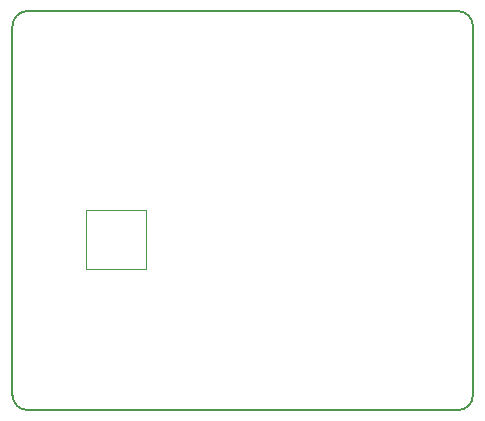
<source format=gm1>
G04*
G04 #@! TF.GenerationSoftware,Altium Limited,Altium Designer,21.9.2 (33)*
G04*
G04 Layer_Color=16711935*
%FSLAX25Y25*%
%MOIN*%
G70*
G04*
G04 #@! TF.SameCoordinates,B3B583D4-C640-4B2B-ADA5-D9C5F36933B9*
G04*
G04*
G04 #@! TF.FilePolarity,Positive*
G04*
G01*
G75*
%ADD15C,0.00600*%
%ADD67C,0.00000*%
D15*
X281500Y372000D02*
G03*
X286500Y367000I5000J0D01*
G01*
X430000D02*
G03*
X435000Y372000I0J5000D01*
G01*
Y495000D02*
G03*
X430000Y500000I-5000J0D01*
G01*
X286500D02*
G03*
X281500Y495000I0J-5000D01*
G01*
X286500Y367000D02*
X430000D01*
X435000Y372000D02*
Y495000D01*
X286500Y500000D02*
X430000D01*
X281500Y495000D02*
X281500Y372000D01*
D67*
X306150Y429306D02*
Y430506D01*
Y429306D02*
Y430506D01*
Y427337D02*
Y428537D01*
Y427337D02*
Y428537D01*
Y425368D02*
Y426569D01*
Y425368D02*
Y426569D01*
Y423400D02*
Y424600D01*
Y423400D02*
Y424600D01*
Y421431D02*
Y422632D01*
Y421431D02*
Y422632D01*
Y419463D02*
Y420663D01*
Y419463D02*
Y420663D01*
Y417494D02*
Y418694D01*
Y417494D02*
Y418694D01*
X309494Y414150D02*
X310695D01*
X309494D02*
X310695D01*
X311463D02*
X312663D01*
X311463D02*
X312663D01*
X313432D02*
X314632D01*
X313432D02*
X314632D01*
X315400D02*
X316600D01*
X315400D02*
X316600D01*
X317369D02*
X318568D01*
X317369D02*
X318568D01*
X319337D02*
X320537D01*
X319337D02*
X320537D01*
X321305D02*
X322505D01*
X321305D02*
X322505D01*
X325850Y417494D02*
Y418694D01*
Y417494D02*
Y418694D01*
Y419463D02*
Y420663D01*
Y419463D02*
Y420663D01*
Y421431D02*
Y422632D01*
Y421431D02*
Y422632D01*
Y423400D02*
Y424600D01*
Y423400D02*
Y424600D01*
Y425368D02*
Y426569D01*
Y425368D02*
Y426569D01*
Y427337D02*
Y428537D01*
Y427337D02*
Y428537D01*
Y429306D02*
Y430506D01*
Y429306D02*
Y430506D01*
X321305Y433850D02*
X322505D01*
X321305D02*
X322505D01*
X319337D02*
X320537D01*
X319337D02*
X320537D01*
X317369D02*
X318568D01*
X317369D02*
X318568D01*
X315400D02*
X316600D01*
X315400D02*
X316600D01*
X313432D02*
X314632D01*
X313432D02*
X314632D01*
X311463D02*
X312663D01*
X311463D02*
X312663D01*
X309494D02*
X310695D01*
X309494D02*
X310695D01*
X325850Y414150D02*
Y433850D01*
X306150D02*
X325850D01*
X306150Y414150D02*
Y433850D01*
Y414150D02*
X325850D01*
M02*

</source>
